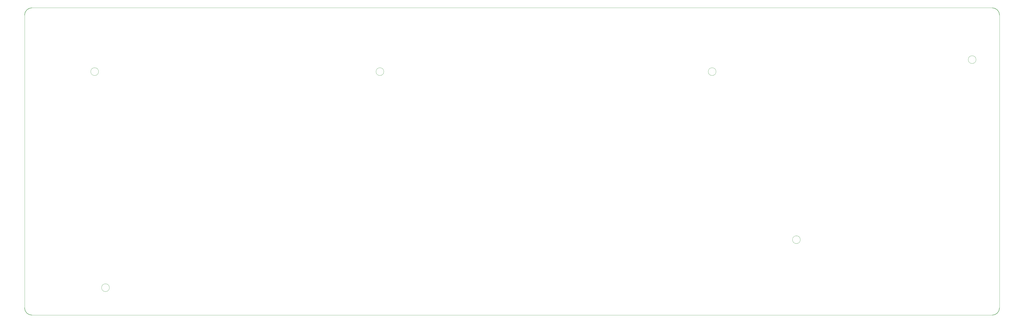
<source format=gbr>
%TF.GenerationSoftware,KiCad,Pcbnew,(6.99.0-4502-gf1556ed801-dirty)*%
%TF.CreationDate,2022-12-16T10:13:54-05:00*%
%TF.ProjectId,necpc8801mkiisr,6e656370-6338-4383-9031-6c2e6b696361,rev?*%
%TF.SameCoordinates,Original*%
%TF.FileFunction,Profile,NP*%
%FSLAX46Y46*%
G04 Gerber Fmt 4.6, Leading zero omitted, Abs format (unit mm)*
G04 Created by KiCad (PCBNEW (6.99.0-4502-gf1556ed801-dirty)) date 2022-12-16 10:13:54*
%MOMM*%
%LPD*%
G01*
G04 APERTURE LIST*
%TA.AperFunction,Profile*%
%ADD10C,0.150000*%
%TD*%
%TA.AperFunction,Profile*%
%ADD11C,0.050000*%
%TD*%
G04 APERTURE END LIST*
D10*
X401934500Y-128030000D02*
G75*
G03*
X404982500Y-124982000I0J3048000D01*
G01*
X3034500Y-32000D02*
G75*
G03*
X-13500Y-3080000I2J-3048002D01*
G01*
X-13500Y-124982000D02*
G75*
G03*
X3034500Y-128030000I3048000J0D01*
G01*
D11*
X3034500Y-128030000D02*
X401934500Y-128030000D01*
X404982500Y-124982000D02*
X404982500Y-3080000D01*
X-13500Y-3080000D02*
X-13500Y-124982000D01*
X255507999Y-31999D02*
X3034500Y-32000D01*
X255507999Y-31999D02*
X401934500Y-32000D01*
X395225192Y-21600000D02*
G75*
G03*
X395225192Y-21600000I-1625192J0D01*
G01*
X149225192Y-26605000D02*
G75*
G03*
X149225192Y-26605000I-1625192J0D01*
G01*
X30725192Y-26605000D02*
G75*
G03*
X30725192Y-26605000I-1625192J0D01*
G01*
X322225192Y-96605000D02*
G75*
G03*
X322225192Y-96605000I-1625192J0D01*
G01*
X287225192Y-26605000D02*
G75*
G03*
X287225192Y-26605000I-1625192J0D01*
G01*
D10*
X404982500Y-3080000D02*
G75*
G03*
X401934500Y-32000I-3048000J0D01*
G01*
D11*
X35225192Y-116605000D02*
G75*
G03*
X35225192Y-116605000I-1625192J0D01*
G01*
M02*

</source>
